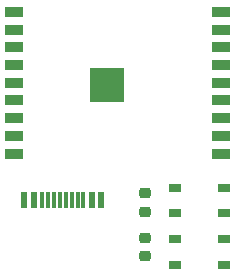
<source format=gbp>
G04 #@! TF.GenerationSoftware,KiCad,Pcbnew,7.0.7*
G04 #@! TF.CreationDate,2024-04-01T23:13:17-04:00*
G04 #@! TF.ProjectId,sensor_node,73656e73-6f72-45f6-9e6f-64652e6b6963,rev?*
G04 #@! TF.SameCoordinates,Original*
G04 #@! TF.FileFunction,Paste,Bot*
G04 #@! TF.FilePolarity,Positive*
%FSLAX46Y46*%
G04 Gerber Fmt 4.6, Leading zero omitted, Abs format (unit mm)*
G04 Created by KiCad (PCBNEW 7.0.7) date 2024-04-01 23:13:17*
%MOMM*%
%LPD*%
G01*
G04 APERTURE LIST*
G04 Aperture macros list*
%AMRoundRect*
0 Rectangle with rounded corners*
0 $1 Rounding radius*
0 $2 $3 $4 $5 $6 $7 $8 $9 X,Y pos of 4 corners*
0 Add a 4 corners polygon primitive as box body*
4,1,4,$2,$3,$4,$5,$6,$7,$8,$9,$2,$3,0*
0 Add four circle primitives for the rounded corners*
1,1,$1+$1,$2,$3*
1,1,$1+$1,$4,$5*
1,1,$1+$1,$6,$7*
1,1,$1+$1,$8,$9*
0 Add four rect primitives between the rounded corners*
20,1,$1+$1,$2,$3,$4,$5,0*
20,1,$1+$1,$4,$5,$6,$7,0*
20,1,$1+$1,$6,$7,$8,$9,0*
20,1,$1+$1,$8,$9,$2,$3,0*%
G04 Aperture macros list end*
%ADD10RoundRect,0.218750X-0.256250X0.218750X-0.256250X-0.218750X0.256250X-0.218750X0.256250X0.218750X0*%
%ADD11R,0.600000X1.450000*%
%ADD12R,0.300000X1.450000*%
%ADD13R,1.050000X0.650000*%
%ADD14R,1.500000X0.900000*%
%ADD15R,2.890000X2.950000*%
%ADD16RoundRect,0.218750X0.256250X-0.218750X0.256250X0.218750X-0.256250X0.218750X-0.256250X-0.218750X0*%
G04 APERTURE END LIST*
D10*
X155900000Y-75087500D03*
X155900000Y-76662500D03*
D11*
X152150000Y-75655000D03*
X151350000Y-75655000D03*
D12*
X150150000Y-75655000D03*
X149150000Y-75655000D03*
X148650000Y-75655000D03*
X147650000Y-75655000D03*
D11*
X146450000Y-75655000D03*
X145650000Y-75655000D03*
X145650000Y-75655000D03*
X146450000Y-75655000D03*
D12*
X147150000Y-75655000D03*
X148150000Y-75655000D03*
X149650000Y-75655000D03*
X150650000Y-75655000D03*
D11*
X151350000Y-75655000D03*
X152150000Y-75655000D03*
D13*
X162575000Y-79000000D03*
X158425000Y-79000000D03*
X162575000Y-81150000D03*
X158425000Y-81150000D03*
D14*
X162310000Y-59750000D03*
X162310000Y-61250000D03*
X162310000Y-62750000D03*
X162310000Y-64250000D03*
X162310000Y-65750000D03*
X162310000Y-67250000D03*
X162310000Y-68750000D03*
X162310000Y-70250000D03*
X162310000Y-71750000D03*
X144810000Y-71750000D03*
X144810000Y-70250000D03*
X144810000Y-68750000D03*
X144810000Y-67250000D03*
X144810000Y-65750000D03*
X144810000Y-64250000D03*
X144810000Y-62750000D03*
X144810000Y-61250000D03*
X144810000Y-59750000D03*
D15*
X152605000Y-65975000D03*
D16*
X155900000Y-80462500D03*
X155900000Y-78887500D03*
D13*
X158425000Y-76775000D03*
X162575000Y-76775000D03*
X158425000Y-74625000D03*
X162575000Y-74625000D03*
M02*

</source>
